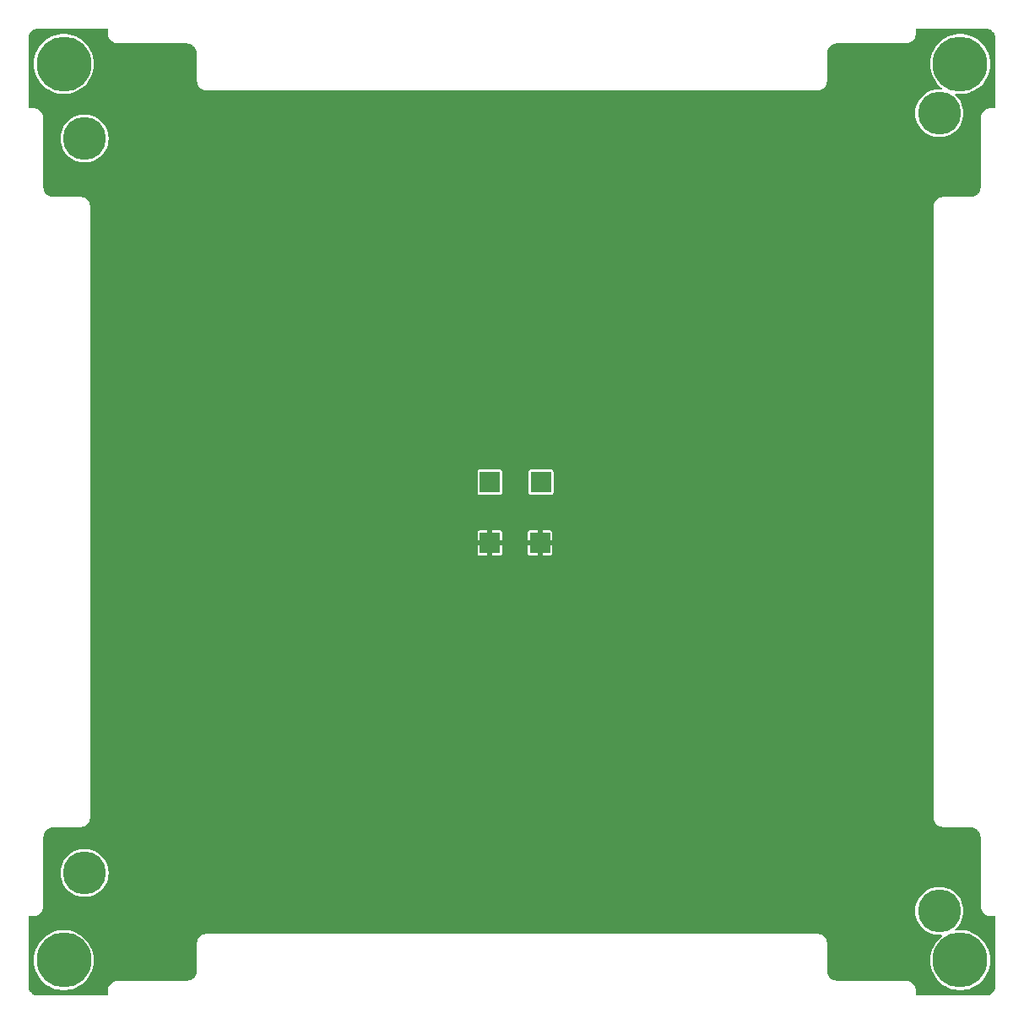
<source format=gtl>
G04 #@! TF.GenerationSoftware,KiCad,Pcbnew,7.0.1-0*
G04 #@! TF.CreationDate,2023-03-19T01:34:27-04:00*
G04 #@! TF.ProjectId,bottom-adapter,626f7474-6f6d-42d6-9164-61707465722e,3*
G04 #@! TF.SameCoordinates,Original*
G04 #@! TF.FileFunction,Copper,L1,Top*
G04 #@! TF.FilePolarity,Positive*
%FSLAX46Y46*%
G04 Gerber Fmt 4.6, Leading zero omitted, Abs format (unit mm)*
G04 Created by KiCad (PCBNEW 7.0.1-0) date 2023-03-19 01:34:27*
%MOMM*%
%LPD*%
G01*
G04 APERTURE LIST*
G04 #@! TA.AperFunction,ComponentPad*
%ADD10C,5.500000*%
G04 #@! TD*
G04 #@! TA.AperFunction,ComponentPad*
%ADD11R,2.000000X2.000000*%
G04 #@! TD*
G04 #@! TA.AperFunction,ComponentPad*
%ADD12C,4.300000*%
G04 #@! TD*
G04 #@! TA.AperFunction,ViaPad*
%ADD13C,0.800000*%
G04 #@! TD*
G04 APERTURE END LIST*
D10*
X163450000Y-143450000D03*
D11*
X121400000Y-95500000D03*
D12*
X161364000Y-58495000D03*
D11*
X116300000Y-101600000D03*
D10*
X73550000Y-53550000D03*
D12*
X161364000Y-138505000D03*
X75639000Y-134695000D03*
X75639000Y-61035000D03*
D10*
X73550000Y-143450000D03*
D11*
X121300000Y-101600000D03*
D10*
X163450000Y-53550000D03*
D11*
X116300000Y-95500000D03*
D13*
X118700000Y-104000000D03*
X113700000Y-104000000D03*
X121300000Y-103900000D03*
X113700000Y-102800000D03*
X118700000Y-102800000D03*
X123900000Y-104000000D03*
X116300000Y-104000000D03*
X123800000Y-102800000D03*
G04 #@! TA.AperFunction,Conductor*
G36*
X77949200Y-50013978D02*
G01*
X77986022Y-50050800D01*
X77999500Y-50101100D01*
X77999500Y-50499500D01*
X77999500Y-50500000D01*
X77999500Y-50587532D01*
X78026958Y-50743260D01*
X78029900Y-50759941D01*
X78089773Y-50924442D01*
X78089775Y-50924445D01*
X78177308Y-51076055D01*
X78289837Y-51210163D01*
X78423945Y-51322692D01*
X78575555Y-51410225D01*
X78575557Y-51410226D01*
X78630390Y-51430183D01*
X78740062Y-51470101D01*
X78912468Y-51500500D01*
X78999901Y-51500500D01*
X79000000Y-51500500D01*
X79000500Y-51500500D01*
X85895610Y-51500500D01*
X85904376Y-51500883D01*
X85911103Y-51501471D01*
X85944991Y-51504436D01*
X85945800Y-51504511D01*
X86073691Y-51517107D01*
X86089829Y-51520044D01*
X86156789Y-51537985D01*
X86159887Y-51538870D01*
X86253149Y-51567161D01*
X86266458Y-51572252D01*
X86334461Y-51603963D01*
X86339302Y-51606383D01*
X86420289Y-51649671D01*
X86430560Y-51655982D01*
X86493626Y-51700142D01*
X86499744Y-51704783D01*
X86569342Y-51761900D01*
X86576657Y-51768530D01*
X86631468Y-51823341D01*
X86638098Y-51830656D01*
X86695215Y-51900254D01*
X86699856Y-51906372D01*
X86744016Y-51969438D01*
X86750331Y-51979717D01*
X86793598Y-52060663D01*
X86796052Y-52065571D01*
X86827744Y-52133536D01*
X86832837Y-52146849D01*
X86861123Y-52240096D01*
X86862027Y-52243260D01*
X86879950Y-52310147D01*
X86882894Y-52326325D01*
X86895472Y-52454042D01*
X86895573Y-52455130D01*
X86899117Y-52495621D01*
X86899500Y-52504393D01*
X86899500Y-55287530D01*
X86929900Y-55459941D01*
X86989773Y-55624442D01*
X86989775Y-55624445D01*
X87077308Y-55776055D01*
X87189837Y-55910163D01*
X87323945Y-56022692D01*
X87475555Y-56110225D01*
X87475557Y-56110226D01*
X87525548Y-56128421D01*
X87640062Y-56170101D01*
X87812468Y-56200500D01*
X87899901Y-56200500D01*
X87900000Y-56200500D01*
X87900500Y-56200500D01*
X149099500Y-56200500D01*
X149100099Y-56200500D01*
X149187530Y-56200500D01*
X149187532Y-56200500D01*
X149359938Y-56170101D01*
X149524445Y-56110225D01*
X149676055Y-56022692D01*
X149810163Y-55910163D01*
X149922692Y-55776055D01*
X150010225Y-55624445D01*
X150070101Y-55459938D01*
X150100500Y-55287532D01*
X150100500Y-55200000D01*
X150100500Y-55199500D01*
X150100500Y-52504390D01*
X150100883Y-52495624D01*
X150101370Y-52490053D01*
X150104440Y-52454964D01*
X150104508Y-52454229D01*
X150117107Y-52326303D01*
X150120042Y-52310174D01*
X150137994Y-52243177D01*
X150138860Y-52240145D01*
X150167164Y-52146840D01*
X150172248Y-52133550D01*
X150203977Y-52065508D01*
X150206368Y-52060726D01*
X150249680Y-51979695D01*
X150255976Y-51969447D01*
X150300144Y-51906368D01*
X150304767Y-51900274D01*
X150361918Y-51830635D01*
X150368510Y-51823362D01*
X150423362Y-51768510D01*
X150430635Y-51761918D01*
X150500274Y-51704767D01*
X150506372Y-51700142D01*
X150569447Y-51655976D01*
X150579695Y-51649680D01*
X150660726Y-51606368D01*
X150665508Y-51603977D01*
X150733550Y-51572248D01*
X150746840Y-51567164D01*
X150840145Y-51538860D01*
X150843177Y-51537994D01*
X150910174Y-51520042D01*
X150926303Y-51517107D01*
X151054229Y-51504508D01*
X151054964Y-51504440D01*
X151090053Y-51501370D01*
X151095624Y-51500883D01*
X151104390Y-51500500D01*
X158087530Y-51500500D01*
X158087532Y-51500500D01*
X158259938Y-51470101D01*
X158424445Y-51410225D01*
X158576055Y-51322692D01*
X158710163Y-51210163D01*
X158822692Y-51076055D01*
X158910225Y-50924445D01*
X158970101Y-50759938D01*
X159000500Y-50587532D01*
X159000500Y-50500000D01*
X159000500Y-50499500D01*
X159000500Y-50101100D01*
X159013978Y-50050800D01*
X159050800Y-50013978D01*
X159101100Y-50000500D01*
X165995610Y-50000500D01*
X166004376Y-50000883D01*
X166011103Y-50001471D01*
X166044991Y-50004436D01*
X166045800Y-50004511D01*
X166173691Y-50017107D01*
X166189829Y-50020044D01*
X166256789Y-50037985D01*
X166259887Y-50038870D01*
X166353149Y-50067161D01*
X166366458Y-50072252D01*
X166434461Y-50103963D01*
X166439302Y-50106383D01*
X166520289Y-50149671D01*
X166530560Y-50155982D01*
X166593626Y-50200142D01*
X166599744Y-50204783D01*
X166669342Y-50261900D01*
X166676657Y-50268530D01*
X166731468Y-50323341D01*
X166738098Y-50330656D01*
X166795215Y-50400254D01*
X166799856Y-50406372D01*
X166844016Y-50469438D01*
X166850331Y-50479717D01*
X166893598Y-50560663D01*
X166896052Y-50565571D01*
X166927744Y-50633536D01*
X166932837Y-50646849D01*
X166961123Y-50740096D01*
X166962027Y-50743260D01*
X166979950Y-50810147D01*
X166982894Y-50826325D01*
X166995472Y-50954042D01*
X166995573Y-50955130D01*
X166999117Y-50995621D01*
X166999500Y-51004393D01*
X166999500Y-57898900D01*
X166986022Y-57949200D01*
X166949200Y-57986022D01*
X166898900Y-57999500D01*
X166500500Y-57999500D01*
X166500000Y-57999500D01*
X166412468Y-57999500D01*
X166240062Y-58029899D01*
X166240060Y-58029899D01*
X166240058Y-58029900D01*
X166075557Y-58089773D01*
X165923945Y-58177308D01*
X165789837Y-58289837D01*
X165677308Y-58423945D01*
X165589773Y-58575557D01*
X165555974Y-58668421D01*
X165529899Y-58740062D01*
X165509626Y-58855043D01*
X165499500Y-58912470D01*
X165499500Y-65895607D01*
X165499117Y-65904379D01*
X165495573Y-65944868D01*
X165495472Y-65945956D01*
X165482894Y-66073673D01*
X165479950Y-66089851D01*
X165462027Y-66156738D01*
X165461123Y-66159902D01*
X165432837Y-66253149D01*
X165427744Y-66266462D01*
X165396052Y-66334427D01*
X165393598Y-66339335D01*
X165350331Y-66420281D01*
X165344016Y-66430560D01*
X165299856Y-66493626D01*
X165295215Y-66499744D01*
X165238098Y-66569342D01*
X165231468Y-66576657D01*
X165176657Y-66631468D01*
X165169342Y-66638098D01*
X165099744Y-66695215D01*
X165093626Y-66699856D01*
X165030560Y-66744016D01*
X165020281Y-66750331D01*
X164939335Y-66793598D01*
X164934427Y-66796052D01*
X164866462Y-66827744D01*
X164853149Y-66832837D01*
X164759902Y-66861123D01*
X164756738Y-66862027D01*
X164689851Y-66879950D01*
X164673673Y-66882894D01*
X164545956Y-66895472D01*
X164544868Y-66895573D01*
X164507511Y-66898842D01*
X164504376Y-66899117D01*
X164495607Y-66899500D01*
X161800500Y-66899500D01*
X161800000Y-66899500D01*
X161712468Y-66899500D01*
X161540062Y-66929899D01*
X161540060Y-66929899D01*
X161540058Y-66929900D01*
X161375557Y-66989773D01*
X161223945Y-67077308D01*
X161089837Y-67189837D01*
X160977308Y-67323945D01*
X160889773Y-67475557D01*
X160829900Y-67640058D01*
X160799500Y-67812470D01*
X160799500Y-129187530D01*
X160829900Y-129359941D01*
X160889773Y-129524442D01*
X160889775Y-129524445D01*
X160977308Y-129676055D01*
X161089837Y-129810163D01*
X161223945Y-129922692D01*
X161375555Y-130010225D01*
X161375557Y-130010226D01*
X161430390Y-130030183D01*
X161540062Y-130070101D01*
X161712468Y-130100500D01*
X161799901Y-130100500D01*
X161800000Y-130100500D01*
X161800500Y-130100500D01*
X164495610Y-130100500D01*
X164504376Y-130100883D01*
X164511103Y-130101471D01*
X164544991Y-130104436D01*
X164545800Y-130104511D01*
X164673691Y-130117107D01*
X164689829Y-130120044D01*
X164756789Y-130137985D01*
X164759887Y-130138870D01*
X164853149Y-130167161D01*
X164866458Y-130172252D01*
X164934461Y-130203963D01*
X164939302Y-130206383D01*
X165020289Y-130249671D01*
X165030560Y-130255982D01*
X165093626Y-130300142D01*
X165099744Y-130304783D01*
X165169342Y-130361900D01*
X165176657Y-130368530D01*
X165231468Y-130423341D01*
X165238098Y-130430656D01*
X165295215Y-130500254D01*
X165299856Y-130506372D01*
X165344016Y-130569438D01*
X165350331Y-130579717D01*
X165393598Y-130660663D01*
X165396052Y-130665571D01*
X165427744Y-130733536D01*
X165432837Y-130746849D01*
X165461123Y-130840096D01*
X165462027Y-130843260D01*
X165479950Y-130910147D01*
X165482894Y-130926325D01*
X165495472Y-131054042D01*
X165495573Y-131055130D01*
X165499117Y-131095621D01*
X165499500Y-131104393D01*
X165499500Y-138087530D01*
X165529900Y-138259941D01*
X165589773Y-138424442D01*
X165589775Y-138424445D01*
X165677308Y-138576055D01*
X165789837Y-138710163D01*
X165923945Y-138822692D01*
X166075555Y-138910225D01*
X166075557Y-138910226D01*
X166130390Y-138930183D01*
X166240062Y-138970101D01*
X166412468Y-139000500D01*
X166499901Y-139000500D01*
X166500000Y-139000500D01*
X166500500Y-139000500D01*
X166898900Y-139000500D01*
X166949200Y-139013978D01*
X166986022Y-139050800D01*
X166999500Y-139101100D01*
X166999500Y-145995607D01*
X166999117Y-146004379D01*
X166995573Y-146044868D01*
X166995472Y-146045956D01*
X166982894Y-146173673D01*
X166979950Y-146189851D01*
X166962027Y-146256738D01*
X166961123Y-146259902D01*
X166932837Y-146353149D01*
X166927744Y-146366462D01*
X166896052Y-146434427D01*
X166893598Y-146439335D01*
X166850331Y-146520281D01*
X166844016Y-146530560D01*
X166799856Y-146593626D01*
X166795215Y-146599744D01*
X166738098Y-146669342D01*
X166731468Y-146676657D01*
X166676657Y-146731468D01*
X166669342Y-146738098D01*
X166599744Y-146795215D01*
X166593626Y-146799856D01*
X166530560Y-146844016D01*
X166520281Y-146850331D01*
X166439335Y-146893598D01*
X166434427Y-146896052D01*
X166366462Y-146927744D01*
X166353149Y-146932837D01*
X166259902Y-146961123D01*
X166256738Y-146962027D01*
X166189851Y-146979950D01*
X166173673Y-146982894D01*
X166045956Y-146995472D01*
X166044868Y-146995573D01*
X166007511Y-146998842D01*
X166004376Y-146999117D01*
X165995607Y-146999500D01*
X159101100Y-146999500D01*
X159050800Y-146986022D01*
X159013978Y-146949200D01*
X159000500Y-146898900D01*
X159000500Y-146412470D01*
X158992388Y-146366462D01*
X158970101Y-146240062D01*
X158930183Y-146130390D01*
X158910226Y-146075557D01*
X158910225Y-146075555D01*
X158822692Y-145923945D01*
X158710163Y-145789837D01*
X158576055Y-145677308D01*
X158424445Y-145589775D01*
X158424446Y-145589775D01*
X158424442Y-145589773D01*
X158259941Y-145529900D01*
X158259940Y-145529899D01*
X158259938Y-145529899D01*
X158087532Y-145499500D01*
X158087530Y-145499500D01*
X151104393Y-145499500D01*
X151095623Y-145499117D01*
X151092099Y-145498808D01*
X151055130Y-145495573D01*
X151054042Y-145495472D01*
X150926325Y-145482894D01*
X150910151Y-145479950D01*
X150873391Y-145470101D01*
X150843260Y-145462027D01*
X150840096Y-145461123D01*
X150746849Y-145432837D01*
X150733536Y-145427744D01*
X150665571Y-145396052D01*
X150660663Y-145393598D01*
X150643694Y-145384528D01*
X150629056Y-145376703D01*
X150579717Y-145350331D01*
X150569438Y-145344016D01*
X150506372Y-145299856D01*
X150500254Y-145295215D01*
X150430656Y-145238098D01*
X150423341Y-145231468D01*
X150368530Y-145176657D01*
X150361900Y-145169342D01*
X150304783Y-145099744D01*
X150300142Y-145093626D01*
X150255982Y-145030560D01*
X150249671Y-145020289D01*
X150206383Y-144939302D01*
X150203963Y-144934461D01*
X150172252Y-144866458D01*
X150167161Y-144853149D01*
X150138875Y-144759902D01*
X150137985Y-144756788D01*
X150120044Y-144689829D01*
X150117107Y-144673691D01*
X150104511Y-144545800D01*
X150104436Y-144544991D01*
X150100883Y-144504376D01*
X150100500Y-144495610D01*
X150100500Y-141712470D01*
X150100500Y-141712468D01*
X150070101Y-141540062D01*
X150010225Y-141375555D01*
X149922692Y-141223945D01*
X149810163Y-141089837D01*
X149676055Y-140977308D01*
X149524445Y-140889775D01*
X149524446Y-140889775D01*
X149524442Y-140889773D01*
X149359941Y-140829900D01*
X149359940Y-140829899D01*
X149359938Y-140829899D01*
X149187532Y-140799500D01*
X149100099Y-140799500D01*
X87900500Y-140799500D01*
X87900000Y-140799500D01*
X87812468Y-140799500D01*
X87640062Y-140829899D01*
X87640060Y-140829899D01*
X87640058Y-140829900D01*
X87475557Y-140889773D01*
X87323945Y-140977308D01*
X87189837Y-141089837D01*
X87077308Y-141223945D01*
X86989773Y-141375557D01*
X86929900Y-141540058D01*
X86899500Y-141712470D01*
X86899500Y-144495607D01*
X86899117Y-144504379D01*
X86895573Y-144544868D01*
X86895472Y-144545956D01*
X86882894Y-144673673D01*
X86879950Y-144689851D01*
X86862027Y-144756738D01*
X86861123Y-144759902D01*
X86832837Y-144853149D01*
X86827744Y-144866462D01*
X86796052Y-144934427D01*
X86793598Y-144939335D01*
X86750331Y-145020281D01*
X86744016Y-145030560D01*
X86699856Y-145093626D01*
X86695215Y-145099744D01*
X86638098Y-145169342D01*
X86631468Y-145176657D01*
X86576657Y-145231468D01*
X86569342Y-145238098D01*
X86499744Y-145295215D01*
X86493626Y-145299856D01*
X86430560Y-145344016D01*
X86420281Y-145350331D01*
X86339335Y-145393598D01*
X86334427Y-145396052D01*
X86266462Y-145427744D01*
X86253149Y-145432837D01*
X86159902Y-145461123D01*
X86156738Y-145462027D01*
X86089851Y-145479950D01*
X86073673Y-145482894D01*
X85945956Y-145495472D01*
X85944868Y-145495573D01*
X85907511Y-145498842D01*
X85904376Y-145499117D01*
X85895607Y-145499500D01*
X79000500Y-145499500D01*
X79000000Y-145499500D01*
X78912468Y-145499500D01*
X78740062Y-145529899D01*
X78740060Y-145529899D01*
X78740058Y-145529900D01*
X78575557Y-145589773D01*
X78423945Y-145677308D01*
X78289837Y-145789837D01*
X78177308Y-145923945D01*
X78089773Y-146075557D01*
X78029900Y-146240058D01*
X78029899Y-146240062D01*
X78009960Y-146353149D01*
X77999500Y-146412470D01*
X77999500Y-146898900D01*
X77986022Y-146949200D01*
X77949200Y-146986022D01*
X77898900Y-146999500D01*
X71004393Y-146999500D01*
X70995623Y-146999117D01*
X70992099Y-146998808D01*
X70955130Y-146995573D01*
X70954042Y-146995472D01*
X70826325Y-146982894D01*
X70810151Y-146979950D01*
X70773391Y-146970101D01*
X70743260Y-146962027D01*
X70740096Y-146961123D01*
X70646849Y-146932837D01*
X70633536Y-146927744D01*
X70565571Y-146896052D01*
X70560663Y-146893598D01*
X70479717Y-146850331D01*
X70469438Y-146844016D01*
X70406372Y-146799856D01*
X70400254Y-146795215D01*
X70330656Y-146738098D01*
X70323341Y-146731468D01*
X70268530Y-146676657D01*
X70261900Y-146669342D01*
X70204783Y-146599744D01*
X70200142Y-146593626D01*
X70155982Y-146530560D01*
X70149671Y-146520289D01*
X70106383Y-146439302D01*
X70103963Y-146434461D01*
X70072252Y-146366458D01*
X70067161Y-146353149D01*
X70038875Y-146259902D01*
X70037985Y-146256788D01*
X70020044Y-146189829D01*
X70017107Y-146173691D01*
X70004511Y-146045800D01*
X70004436Y-146044991D01*
X70000883Y-146004376D01*
X70000500Y-145995610D01*
X70000500Y-143450000D01*
X70540408Y-143450000D01*
X70560758Y-143799392D01*
X70621532Y-144144060D01*
X70721909Y-144479341D01*
X70860530Y-144800702D01*
X71035523Y-145103798D01*
X71244519Y-145384528D01*
X71484696Y-145639101D01*
X71752792Y-145864061D01*
X71752796Y-145864064D01*
X71843841Y-145923945D01*
X72045208Y-146056386D01*
X72357959Y-146213455D01*
X72357962Y-146213456D01*
X72686839Y-146333158D01*
X72771188Y-146353149D01*
X73027385Y-146413869D01*
X73027386Y-146413869D01*
X73027390Y-146413870D01*
X73375008Y-146454500D01*
X73724990Y-146454500D01*
X73724992Y-146454500D01*
X74072610Y-146413870D01*
X74413161Y-146333158D01*
X74742038Y-146213456D01*
X74742040Y-146213455D01*
X75054791Y-146056386D01*
X75054796Y-146056383D01*
X75347204Y-145864064D01*
X75615307Y-145639098D01*
X75855481Y-145384528D01*
X76064477Y-145103798D01*
X76239470Y-144800702D01*
X76378091Y-144479341D01*
X76478468Y-144144060D01*
X76539242Y-143799392D01*
X76559592Y-143450000D01*
X76539242Y-143100608D01*
X76478468Y-142755940D01*
X76378091Y-142420659D01*
X76239470Y-142099298D01*
X76064477Y-141796202D01*
X75855481Y-141515472D01*
X75615307Y-141260902D01*
X75615305Y-141260901D01*
X75615303Y-141260898D01*
X75347207Y-141035938D01*
X75054791Y-140843613D01*
X74742040Y-140686544D01*
X74413159Y-140566841D01*
X74072614Y-140486130D01*
X73840864Y-140459043D01*
X73724992Y-140445500D01*
X73375008Y-140445500D01*
X73275688Y-140457108D01*
X73027385Y-140486130D01*
X72686840Y-140566841D01*
X72357959Y-140686544D01*
X72045208Y-140843613D01*
X71752792Y-141035938D01*
X71484696Y-141260898D01*
X71244519Y-141515471D01*
X71035521Y-141796205D01*
X70860531Y-142099295D01*
X70721909Y-142420658D01*
X70621532Y-142755938D01*
X70621532Y-142755940D01*
X70560758Y-143100608D01*
X70540408Y-143450000D01*
X70000500Y-143450000D01*
X70000500Y-139101100D01*
X70013978Y-139050800D01*
X70050800Y-139013978D01*
X70101100Y-139000500D01*
X70587530Y-139000500D01*
X70587532Y-139000500D01*
X70759938Y-138970101D01*
X70924445Y-138910225D01*
X71076055Y-138822692D01*
X71210163Y-138710163D01*
X71322692Y-138576055D01*
X71363716Y-138505000D01*
X158954745Y-138505000D01*
X158973743Y-138806957D01*
X159030437Y-139104158D01*
X159123929Y-139391899D01*
X159252758Y-139665673D01*
X159414869Y-139921118D01*
X159414873Y-139921124D01*
X159583827Y-140125355D01*
X159607733Y-140154253D01*
X159828281Y-140361360D01*
X159828284Y-140361362D01*
X160073057Y-140539200D01*
X160338190Y-140684958D01*
X160619500Y-140796337D01*
X160912551Y-140871579D01*
X161212722Y-140909500D01*
X161515267Y-140909500D01*
X161515278Y-140909500D01*
X161515430Y-140909480D01*
X161515577Y-140909500D01*
X161521607Y-140909500D01*
X161521607Y-140910295D01*
X161566114Y-140916164D01*
X161606971Y-140946900D01*
X161627443Y-140993749D01*
X161622244Y-141044611D01*
X161592715Y-141086349D01*
X161384692Y-141260902D01*
X161144519Y-141515471D01*
X160935521Y-141796205D01*
X160760531Y-142099295D01*
X160621909Y-142420658D01*
X160521532Y-142755938D01*
X160521532Y-142755940D01*
X160460758Y-143100608D01*
X160440408Y-143450000D01*
X160460758Y-143799392D01*
X160521532Y-144144060D01*
X160621909Y-144479341D01*
X160760530Y-144800702D01*
X160935523Y-145103798D01*
X161144519Y-145384528D01*
X161384696Y-145639101D01*
X161652792Y-145864061D01*
X161652796Y-145864064D01*
X161743841Y-145923945D01*
X161945208Y-146056386D01*
X162257959Y-146213455D01*
X162257962Y-146213456D01*
X162586839Y-146333158D01*
X162671188Y-146353149D01*
X162927385Y-146413869D01*
X162927386Y-146413869D01*
X162927390Y-146413870D01*
X163275008Y-146454500D01*
X163624990Y-146454500D01*
X163624992Y-146454500D01*
X163972610Y-146413870D01*
X164313161Y-146333158D01*
X164642038Y-146213456D01*
X164642040Y-146213455D01*
X164954791Y-146056386D01*
X164954796Y-146056383D01*
X165247204Y-145864064D01*
X165515307Y-145639098D01*
X165755481Y-145384528D01*
X165964477Y-145103798D01*
X166139470Y-144800702D01*
X166278091Y-144479341D01*
X166378468Y-144144060D01*
X166439242Y-143799392D01*
X166459592Y-143450000D01*
X166439242Y-143100608D01*
X166378468Y-142755940D01*
X166278091Y-142420659D01*
X166139470Y-142099298D01*
X165964477Y-141796202D01*
X165755481Y-141515472D01*
X165515307Y-141260902D01*
X165515305Y-141260901D01*
X165515303Y-141260898D01*
X165247207Y-141035938D01*
X164954791Y-140843613D01*
X164642040Y-140686544D01*
X164313159Y-140566841D01*
X163972614Y-140486130D01*
X163740864Y-140459043D01*
X163624992Y-140445500D01*
X163275008Y-140445500D01*
X163150309Y-140460075D01*
X163046749Y-140472179D01*
X162985991Y-140460075D01*
X162943846Y-140414668D01*
X162936296Y-140353178D01*
X162966203Y-140298925D01*
X163120271Y-140154248D01*
X163313127Y-139921124D01*
X163475245Y-139665667D01*
X163604068Y-139391906D01*
X163697563Y-139104157D01*
X163754256Y-138806960D01*
X163773254Y-138505000D01*
X163754256Y-138203040D01*
X163697563Y-137905843D01*
X163604068Y-137618094D01*
X163475245Y-137344333D01*
X163313127Y-137088876D01*
X163120271Y-136855752D01*
X163120270Y-136855751D01*
X163120266Y-136855746D01*
X162899718Y-136648639D01*
X162654943Y-136470800D01*
X162389813Y-136325043D01*
X162323099Y-136298629D01*
X162108500Y-136213663D01*
X161815449Y-136138421D01*
X161515278Y-136100500D01*
X161212722Y-136100500D01*
X160912551Y-136138421D01*
X160619500Y-136213663D01*
X160545555Y-136242940D01*
X160338186Y-136325043D01*
X160073056Y-136470800D01*
X159828281Y-136648639D01*
X159607733Y-136855746D01*
X159414869Y-137088881D01*
X159252758Y-137344326D01*
X159123929Y-137618100D01*
X159030437Y-137905841D01*
X158973743Y-138203042D01*
X158954745Y-138505000D01*
X71363716Y-138505000D01*
X71410225Y-138424445D01*
X71470101Y-138259938D01*
X71500500Y-138087532D01*
X71500500Y-138000000D01*
X71500500Y-137999500D01*
X71500500Y-134694999D01*
X73229745Y-134694999D01*
X73248743Y-134996957D01*
X73305437Y-135294158D01*
X73398929Y-135581899D01*
X73527758Y-135855673D01*
X73683131Y-136100500D01*
X73689873Y-136111124D01*
X73858827Y-136315355D01*
X73882733Y-136344253D01*
X74103281Y-136551360D01*
X74103284Y-136551362D01*
X74348057Y-136729200D01*
X74613190Y-136874958D01*
X74894500Y-136986337D01*
X75187551Y-137061579D01*
X75487722Y-137099500D01*
X75790275Y-137099500D01*
X75790278Y-137099500D01*
X76090449Y-137061579D01*
X76383500Y-136986337D01*
X76664810Y-136874958D01*
X76929943Y-136729200D01*
X77174716Y-136551362D01*
X77395271Y-136344248D01*
X77588127Y-136111124D01*
X77750245Y-135855667D01*
X77879068Y-135581906D01*
X77972563Y-135294157D01*
X78029256Y-134996960D01*
X78048254Y-134695000D01*
X78029256Y-134393040D01*
X77972563Y-134095843D01*
X77879068Y-133808094D01*
X77750245Y-133534333D01*
X77588127Y-133278876D01*
X77395271Y-133045752D01*
X77395270Y-133045751D01*
X77395266Y-133045746D01*
X77174718Y-132838639D01*
X76929943Y-132660800D01*
X76664813Y-132515043D01*
X76598099Y-132488629D01*
X76383500Y-132403663D01*
X76090449Y-132328421D01*
X75790278Y-132290500D01*
X75487722Y-132290500D01*
X75187551Y-132328421D01*
X74894500Y-132403663D01*
X74820555Y-132432939D01*
X74613186Y-132515043D01*
X74348056Y-132660800D01*
X74103281Y-132838639D01*
X73882733Y-133045746D01*
X73689869Y-133278881D01*
X73527758Y-133534326D01*
X73398929Y-133808100D01*
X73305437Y-134095841D01*
X73248743Y-134393042D01*
X73229745Y-134694999D01*
X71500500Y-134694999D01*
X71500500Y-131104390D01*
X71500883Y-131095624D01*
X71501370Y-131090053D01*
X71504440Y-131054964D01*
X71504508Y-131054229D01*
X71517107Y-130926303D01*
X71520042Y-130910174D01*
X71537994Y-130843177D01*
X71538860Y-130840145D01*
X71567164Y-130746840D01*
X71572248Y-130733550D01*
X71603977Y-130665508D01*
X71606368Y-130660726D01*
X71649680Y-130579695D01*
X71655976Y-130569447D01*
X71700144Y-130506368D01*
X71704767Y-130500274D01*
X71761918Y-130430635D01*
X71768510Y-130423362D01*
X71823362Y-130368510D01*
X71830635Y-130361918D01*
X71900274Y-130304767D01*
X71906372Y-130300142D01*
X71969447Y-130255976D01*
X71979695Y-130249680D01*
X72060726Y-130206368D01*
X72065508Y-130203977D01*
X72133550Y-130172248D01*
X72146840Y-130167164D01*
X72240145Y-130138860D01*
X72243177Y-130137994D01*
X72310174Y-130120042D01*
X72326303Y-130117107D01*
X72454229Y-130104508D01*
X72454964Y-130104440D01*
X72490053Y-130101370D01*
X72495624Y-130100883D01*
X72504390Y-130100500D01*
X75287530Y-130100500D01*
X75287532Y-130100500D01*
X75459938Y-130070101D01*
X75624445Y-130010225D01*
X75776055Y-129922692D01*
X75910163Y-129810163D01*
X76022692Y-129676055D01*
X76110225Y-129524445D01*
X76170101Y-129359938D01*
X76200500Y-129187532D01*
X76200500Y-129100000D01*
X76200500Y-129099500D01*
X76200500Y-101854000D01*
X115046001Y-101854000D01*
X115046001Y-102625018D01*
X115060736Y-102699105D01*
X115116875Y-102783124D01*
X115200893Y-102839262D01*
X115274983Y-102854000D01*
X116046000Y-102854000D01*
X116046000Y-101854000D01*
X116554000Y-101854000D01*
X116554000Y-102853999D01*
X117325018Y-102853999D01*
X117399105Y-102839263D01*
X117483124Y-102783124D01*
X117539262Y-102699106D01*
X117554000Y-102625017D01*
X117554000Y-101854000D01*
X120046001Y-101854000D01*
X120046001Y-102625018D01*
X120060736Y-102699105D01*
X120116875Y-102783124D01*
X120200893Y-102839262D01*
X120274983Y-102854000D01*
X121046000Y-102854000D01*
X121046000Y-101854000D01*
X121554000Y-101854000D01*
X121554000Y-102853999D01*
X122325018Y-102853999D01*
X122399105Y-102839263D01*
X122483124Y-102783124D01*
X122539262Y-102699106D01*
X122554000Y-102625017D01*
X122554000Y-101854000D01*
X121554000Y-101854000D01*
X121046000Y-101854000D01*
X120046001Y-101854000D01*
X117554000Y-101854000D01*
X116554000Y-101854000D01*
X116046000Y-101854000D01*
X115046001Y-101854000D01*
X76200500Y-101854000D01*
X76200500Y-101346000D01*
X115046000Y-101346000D01*
X116046000Y-101346000D01*
X116046000Y-100346001D01*
X115274982Y-100346001D01*
X115200894Y-100360736D01*
X115116875Y-100416875D01*
X115060737Y-100500893D01*
X115046000Y-100574983D01*
X115046000Y-101346000D01*
X76200500Y-101346000D01*
X76200500Y-100346000D01*
X116554000Y-100346000D01*
X116554000Y-101346000D01*
X117553999Y-101346000D01*
X120046000Y-101346000D01*
X121046000Y-101346000D01*
X121046000Y-100346001D01*
X120274982Y-100346001D01*
X120200894Y-100360736D01*
X120116875Y-100416875D01*
X120060737Y-100500893D01*
X120046000Y-100574983D01*
X120046000Y-101346000D01*
X117553999Y-101346000D01*
X117553999Y-100574982D01*
X117539263Y-100500894D01*
X117483124Y-100416875D01*
X117399106Y-100360737D01*
X117325017Y-100346000D01*
X121554000Y-100346000D01*
X121554000Y-101346000D01*
X122553999Y-101346000D01*
X122553999Y-100574982D01*
X122539263Y-100500894D01*
X122483124Y-100416875D01*
X122399106Y-100360737D01*
X122325017Y-100346000D01*
X121554000Y-100346000D01*
X117325017Y-100346000D01*
X116554000Y-100346000D01*
X76200500Y-100346000D01*
X76200500Y-96525067D01*
X115045500Y-96525067D01*
X115060264Y-96599299D01*
X115082703Y-96632880D01*
X115116516Y-96683484D01*
X115200699Y-96739734D01*
X115274933Y-96754500D01*
X117325066Y-96754499D01*
X117325067Y-96754499D01*
X117399299Y-96739735D01*
X117399300Y-96739734D01*
X117399301Y-96739734D01*
X117483484Y-96683484D01*
X117539734Y-96599301D01*
X117554500Y-96525067D01*
X120145500Y-96525067D01*
X120160264Y-96599299D01*
X120182703Y-96632880D01*
X120216516Y-96683484D01*
X120300699Y-96739734D01*
X120374933Y-96754500D01*
X122425066Y-96754499D01*
X122425067Y-96754499D01*
X122499299Y-96739735D01*
X122499300Y-96739734D01*
X122499301Y-96739734D01*
X122583484Y-96683484D01*
X122639734Y-96599301D01*
X122654500Y-96525067D01*
X122654499Y-94474934D01*
X122654499Y-94474932D01*
X122639735Y-94400700D01*
X122628515Y-94383909D01*
X122583484Y-94316516D01*
X122499301Y-94260266D01*
X122425066Y-94245500D01*
X120374932Y-94245500D01*
X120300700Y-94260264D01*
X120233305Y-94305297D01*
X120216518Y-94316515D01*
X120216515Y-94316517D01*
X120160266Y-94400698D01*
X120145500Y-94474933D01*
X120145500Y-96525067D01*
X117554500Y-96525067D01*
X117554499Y-94474934D01*
X117554499Y-94474932D01*
X117539735Y-94400700D01*
X117528515Y-94383909D01*
X117483484Y-94316516D01*
X117399301Y-94260266D01*
X117325066Y-94245500D01*
X115274932Y-94245500D01*
X115200700Y-94260264D01*
X115133305Y-94305297D01*
X115116518Y-94316515D01*
X115116515Y-94316517D01*
X115060266Y-94400698D01*
X115045500Y-94474933D01*
X115045500Y-96525067D01*
X76200500Y-96525067D01*
X76200500Y-67899901D01*
X76200500Y-67812468D01*
X76170101Y-67640062D01*
X76110225Y-67475555D01*
X76022692Y-67323945D01*
X75910163Y-67189837D01*
X75776055Y-67077308D01*
X75624445Y-66989775D01*
X75624446Y-66989775D01*
X75624442Y-66989773D01*
X75459941Y-66929900D01*
X75459940Y-66929899D01*
X75459938Y-66929899D01*
X75287532Y-66899500D01*
X75287530Y-66899500D01*
X72504393Y-66899500D01*
X72495623Y-66899117D01*
X72492099Y-66898808D01*
X72455130Y-66895573D01*
X72454042Y-66895472D01*
X72326325Y-66882894D01*
X72310151Y-66879950D01*
X72273391Y-66870101D01*
X72243260Y-66862027D01*
X72240096Y-66861123D01*
X72146849Y-66832837D01*
X72133536Y-66827744D01*
X72065571Y-66796052D01*
X72060663Y-66793598D01*
X71979717Y-66750331D01*
X71969438Y-66744016D01*
X71906372Y-66699856D01*
X71900254Y-66695215D01*
X71830656Y-66638098D01*
X71823341Y-66631468D01*
X71768530Y-66576657D01*
X71761900Y-66569342D01*
X71704783Y-66499744D01*
X71700142Y-66493626D01*
X71655982Y-66430560D01*
X71649671Y-66420289D01*
X71606383Y-66339302D01*
X71603963Y-66334461D01*
X71572252Y-66266458D01*
X71567161Y-66253149D01*
X71538875Y-66159902D01*
X71537985Y-66156788D01*
X71520044Y-66089829D01*
X71517107Y-66073691D01*
X71504511Y-65945800D01*
X71504436Y-65944991D01*
X71500883Y-65904376D01*
X71500500Y-65895610D01*
X71500500Y-61035000D01*
X73229745Y-61035000D01*
X73248743Y-61336957D01*
X73305437Y-61634158D01*
X73398929Y-61921899D01*
X73527758Y-62195673D01*
X73689869Y-62451118D01*
X73689873Y-62451124D01*
X73858827Y-62655355D01*
X73882733Y-62684253D01*
X74103281Y-62891360D01*
X74103284Y-62891362D01*
X74348057Y-63069200D01*
X74613190Y-63214958D01*
X74894500Y-63326337D01*
X75187551Y-63401579D01*
X75487722Y-63439500D01*
X75790275Y-63439500D01*
X75790278Y-63439500D01*
X76090449Y-63401579D01*
X76383500Y-63326337D01*
X76664810Y-63214958D01*
X76929943Y-63069200D01*
X77174716Y-62891362D01*
X77395271Y-62684248D01*
X77588127Y-62451124D01*
X77750245Y-62195667D01*
X77879068Y-61921906D01*
X77972563Y-61634157D01*
X78029256Y-61336960D01*
X78048254Y-61035000D01*
X78029256Y-60733040D01*
X77972563Y-60435843D01*
X77879068Y-60148094D01*
X77750245Y-59874333D01*
X77588127Y-59618876D01*
X77395271Y-59385752D01*
X77395270Y-59385751D01*
X77395266Y-59385746D01*
X77174718Y-59178639D01*
X76929943Y-59000800D01*
X76664813Y-58855043D01*
X76518112Y-58796960D01*
X76383500Y-58743663D01*
X76090449Y-58668421D01*
X75790278Y-58630500D01*
X75487722Y-58630500D01*
X75187551Y-58668421D01*
X74894500Y-58743663D01*
X74820555Y-58772939D01*
X74613186Y-58855043D01*
X74348056Y-59000800D01*
X74103281Y-59178639D01*
X73882733Y-59385746D01*
X73689869Y-59618881D01*
X73527758Y-59874326D01*
X73398929Y-60148100D01*
X73305437Y-60435841D01*
X73248743Y-60733042D01*
X73229745Y-61035000D01*
X71500500Y-61035000D01*
X71500500Y-58912470D01*
X71500500Y-58912468D01*
X71470101Y-58740062D01*
X71410225Y-58575555D01*
X71363715Y-58494999D01*
X158954745Y-58494999D01*
X158973743Y-58796957D01*
X159030437Y-59094158D01*
X159123929Y-59381899D01*
X159123931Y-59381903D01*
X159123932Y-59381906D01*
X159235445Y-59618881D01*
X159252758Y-59655673D01*
X159414869Y-59911118D01*
X159414873Y-59911124D01*
X159583827Y-60115355D01*
X159607733Y-60144253D01*
X159828281Y-60351360D01*
X159828284Y-60351362D01*
X160073057Y-60529200D01*
X160338190Y-60674958D01*
X160619500Y-60786337D01*
X160912551Y-60861579D01*
X161212722Y-60899500D01*
X161515275Y-60899500D01*
X161515278Y-60899500D01*
X161815449Y-60861579D01*
X162108500Y-60786337D01*
X162389810Y-60674958D01*
X162654943Y-60529200D01*
X162899716Y-60351362D01*
X163116169Y-60148100D01*
X163120266Y-60144253D01*
X163120267Y-60144251D01*
X163120271Y-60144248D01*
X163313127Y-59911124D01*
X163475245Y-59655667D01*
X163604068Y-59381906D01*
X163697563Y-59094157D01*
X163754256Y-58796960D01*
X163773254Y-58495000D01*
X163754256Y-58193040D01*
X163697563Y-57895843D01*
X163604068Y-57608094D01*
X163475245Y-57334333D01*
X163313127Y-57078876D01*
X163120271Y-56845752D01*
X163120270Y-56845751D01*
X163120266Y-56845746D01*
X162966206Y-56701075D01*
X162936297Y-56646822D01*
X162943847Y-56585332D01*
X162985992Y-56539925D01*
X163046750Y-56527821D01*
X163095239Y-56533488D01*
X163275008Y-56554500D01*
X163624990Y-56554500D01*
X163624992Y-56554500D01*
X163972610Y-56513870D01*
X164313161Y-56433158D01*
X164642038Y-56313456D01*
X164860654Y-56203663D01*
X164954791Y-56156386D01*
X164954796Y-56156383D01*
X165247204Y-55964064D01*
X165515307Y-55739098D01*
X165755481Y-55484528D01*
X165964477Y-55203798D01*
X166139470Y-54900702D01*
X166278091Y-54579341D01*
X166378468Y-54244060D01*
X166439242Y-53899392D01*
X166459592Y-53550000D01*
X166439242Y-53200608D01*
X166378468Y-52855940D01*
X166278091Y-52520659D01*
X166139470Y-52199298D01*
X165964477Y-51896202D01*
X165755481Y-51615472D01*
X165515307Y-51360902D01*
X165515305Y-51360901D01*
X165515303Y-51360898D01*
X165247207Y-51135938D01*
X164954791Y-50943613D01*
X164642040Y-50786544D01*
X164313159Y-50666841D01*
X163972614Y-50586130D01*
X163740864Y-50559043D01*
X163624992Y-50545500D01*
X163275008Y-50545500D01*
X163175688Y-50557108D01*
X162927385Y-50586130D01*
X162586840Y-50666841D01*
X162257959Y-50786544D01*
X161945208Y-50943613D01*
X161652792Y-51135938D01*
X161384696Y-51360898D01*
X161144519Y-51615471D01*
X160935521Y-51896205D01*
X160760531Y-52199295D01*
X160621909Y-52520658D01*
X160521532Y-52855938D01*
X160521532Y-52855940D01*
X160460758Y-53200608D01*
X160440408Y-53550000D01*
X160460758Y-53899392D01*
X160521532Y-54244060D01*
X160621909Y-54579341D01*
X160760530Y-54900702D01*
X160935523Y-55203798D01*
X161144519Y-55484528D01*
X161384693Y-55739098D01*
X161495831Y-55832354D01*
X161592715Y-55913650D01*
X161622242Y-55955385D01*
X161627444Y-56006244D01*
X161606976Y-56053092D01*
X161566125Y-56083830D01*
X161521607Y-56089707D01*
X161521607Y-56090500D01*
X161515600Y-56090500D01*
X161515442Y-56090520D01*
X161515278Y-56090500D01*
X161212722Y-56090500D01*
X160912551Y-56128421D01*
X160619500Y-56203663D01*
X160545555Y-56232940D01*
X160338186Y-56315043D01*
X160073056Y-56460800D01*
X159828281Y-56638639D01*
X159607733Y-56845746D01*
X159414869Y-57078881D01*
X159252758Y-57334326D01*
X159123929Y-57608100D01*
X159030437Y-57895841D01*
X158973743Y-58193042D01*
X158954745Y-58494999D01*
X71363715Y-58494999D01*
X71322692Y-58423945D01*
X71210163Y-58289837D01*
X71076055Y-58177308D01*
X70924445Y-58089775D01*
X70924446Y-58089775D01*
X70924442Y-58089773D01*
X70759941Y-58029900D01*
X70759940Y-58029899D01*
X70759938Y-58029899D01*
X70587532Y-57999500D01*
X70587530Y-57999500D01*
X70101100Y-57999500D01*
X70050800Y-57986022D01*
X70013978Y-57949200D01*
X70000500Y-57898900D01*
X70000500Y-53550000D01*
X70540408Y-53550000D01*
X70560758Y-53899392D01*
X70621532Y-54244060D01*
X70721909Y-54579341D01*
X70860530Y-54900702D01*
X71035523Y-55203798D01*
X71244519Y-55484528D01*
X71298598Y-55541849D01*
X71484696Y-55739101D01*
X71752792Y-55964061D01*
X71752796Y-55964064D01*
X71841936Y-56022692D01*
X72045208Y-56156386D01*
X72357959Y-56313455D01*
X72357962Y-56313456D01*
X72686839Y-56433158D01*
X72718168Y-56440583D01*
X73027385Y-56513869D01*
X73027386Y-56513869D01*
X73027390Y-56513870D01*
X73375008Y-56554500D01*
X73724990Y-56554500D01*
X73724992Y-56554500D01*
X74072610Y-56513870D01*
X74413161Y-56433158D01*
X74742038Y-56313456D01*
X74960654Y-56203663D01*
X75054791Y-56156386D01*
X75054796Y-56156383D01*
X75347204Y-55964064D01*
X75615307Y-55739098D01*
X75855481Y-55484528D01*
X76064477Y-55203798D01*
X76239470Y-54900702D01*
X76378091Y-54579341D01*
X76478468Y-54244060D01*
X76539242Y-53899392D01*
X76559592Y-53550000D01*
X76539242Y-53200608D01*
X76478468Y-52855940D01*
X76378091Y-52520659D01*
X76239470Y-52199298D01*
X76064477Y-51896202D01*
X75855481Y-51615472D01*
X75615307Y-51360902D01*
X75615305Y-51360901D01*
X75615303Y-51360898D01*
X75347207Y-51135938D01*
X75054791Y-50943613D01*
X74742040Y-50786544D01*
X74413159Y-50666841D01*
X74072614Y-50586130D01*
X73840864Y-50559043D01*
X73724992Y-50545500D01*
X73375008Y-50545500D01*
X73275688Y-50557108D01*
X73027385Y-50586130D01*
X72686840Y-50666841D01*
X72357959Y-50786544D01*
X72045208Y-50943613D01*
X71752792Y-51135938D01*
X71484696Y-51360898D01*
X71244519Y-51615471D01*
X71035521Y-51896205D01*
X70860531Y-52199295D01*
X70721909Y-52520658D01*
X70621532Y-52855938D01*
X70621532Y-52855940D01*
X70560758Y-53200608D01*
X70540408Y-53550000D01*
X70000500Y-53550000D01*
X70000500Y-51004390D01*
X70000883Y-50995624D01*
X70001370Y-50990053D01*
X70004440Y-50954964D01*
X70004508Y-50954229D01*
X70017107Y-50826303D01*
X70020042Y-50810174D01*
X70037994Y-50743177D01*
X70038860Y-50740145D01*
X70067164Y-50646840D01*
X70072248Y-50633550D01*
X70103977Y-50565508D01*
X70106368Y-50560726D01*
X70149680Y-50479695D01*
X70155976Y-50469447D01*
X70200144Y-50406368D01*
X70204767Y-50400274D01*
X70261918Y-50330635D01*
X70268510Y-50323362D01*
X70323362Y-50268510D01*
X70330635Y-50261918D01*
X70400274Y-50204767D01*
X70406372Y-50200142D01*
X70469447Y-50155976D01*
X70479695Y-50149680D01*
X70560726Y-50106368D01*
X70565508Y-50103977D01*
X70633550Y-50072248D01*
X70646840Y-50067164D01*
X70740145Y-50038860D01*
X70743177Y-50037994D01*
X70810174Y-50020042D01*
X70826303Y-50017107D01*
X70954229Y-50004508D01*
X70954964Y-50004440D01*
X70990053Y-50001370D01*
X70995624Y-50000883D01*
X71004390Y-50000500D01*
X77898900Y-50000500D01*
X77949200Y-50013978D01*
G37*
G04 #@! TD.AperFunction*
M02*

</source>
